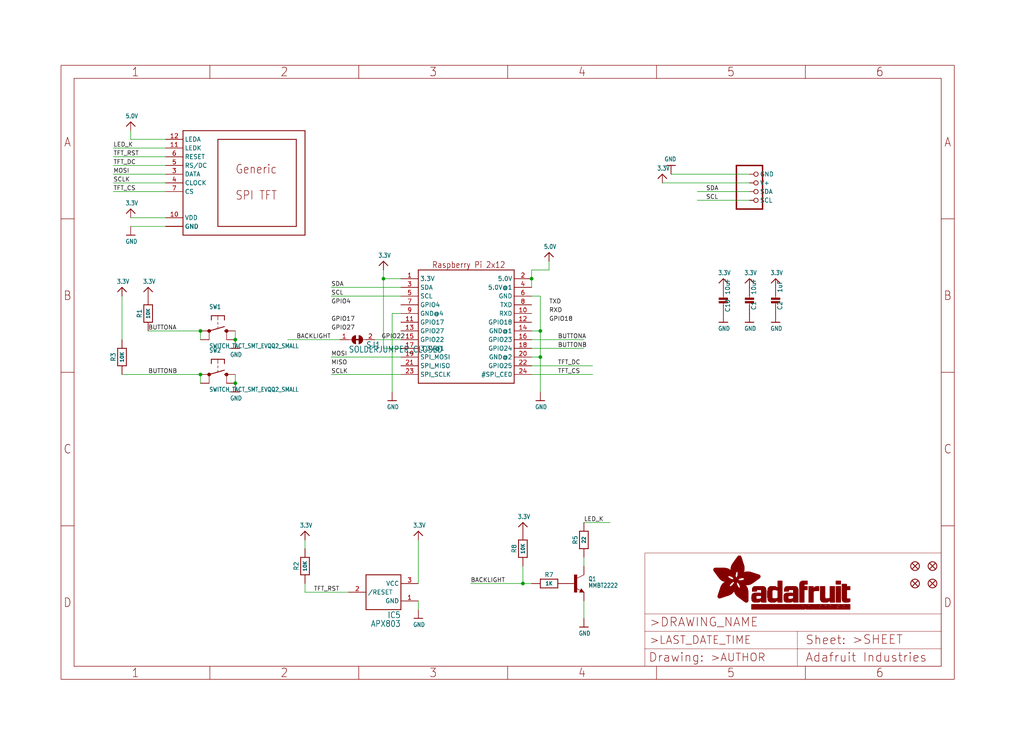
<source format=kicad_sch>
(kicad_sch (version 20211123) (generator eeschema)
  (paper "User" 298.45 217.881)
  (lib_symbols
    (symbol "eagleSchem-eagle-import:3.3V" (power)
      (property "Value" "3.3V" (at -1.524 1.016 0))
      (symbol "3.3V_1_0"
        (pin power_in line (at 0 -2.54 90) (length 2.54) (name "3.3V") (number "1"))
      )
    )
    (symbol "eagleSchem-eagle-import:5.0V" (power)
      (property "Value" "5.0V" (at -1.524 1.016 0))
      (symbol "5.0V_1_0"
        (pin power_in line (at 0 -2.54 90) (length 2.54) (name "5.0V") (number "1"))
      )
    )
    (symbol "eagleSchem-eagle-import:AXP083-SAG"
      (property "Reference" "IC" (at -5.08 -7.62 0))
      (property "Value" "AXP083-SAG" (at -5.08 -10.16 0))
      (symbol "AXP083-SAG_1_0"
        (pin power_in line (at -10.16 -2.54 0) (length 5.08) (name "GND") (number "1"))
        (pin output line (at 10.16 0 180) (length 5.08) (name "/RESET") (number "2"))
        (pin power_in line (at -10.16 2.54 0) (length 5.08) (name "VCC") (number "3"))
      )
    )
    (symbol "eagleSchem-eagle-import:CAP_CERAMIC0603_NO"
      (property "Reference" "C" (at -2.29 1.25 90))
      (property "Value" "CAP_CERAMIC0603_NO" (at 2.3 1.25 90))
      (symbol "CAP_CERAMIC0603_NO_1_0"
        (pin passive line (at 0 5.08 270) (length 2.54) (name "1") (number "1"))
        (pin passive line (at 0 -2.54 90) (length 2.54) (name "2") (number "2"))
      )
    )
    (symbol "eagleSchem-eagle-import:CAP_CERAMIC0805-NOOUTLINE"
      (property "Reference" "C" (at -2.29 1.25 90))
      (property "Value" "CAP_CERAMIC0805-NOOUTLINE" (at 2.3 1.25 90))
      (symbol "CAP_CERAMIC0805-NOOUTLINE_1_0"
        (pin passive line (at 0 5.08 270) (length 2.54) (name "1") (number "1"))
        (pin passive line (at 0 -2.54 90) (length 2.54) (name "2") (number "2"))
      )
    )
    (symbol "eagleSchem-eagle-import:DISP_LCD_GENERIC_SPI_1.14IN_13P"
      (symbol "DISP_LCD_GENERIC_SPI_1.14IN_13P_1_0"
        (text "Generic" (at -5.08 2.54 0) (effects (font (size 2.54 2.159)) (justify left bottom)))
        (text "SPI TFT" (at -5.08 -5.08 0) (effects (font (size 2.54 2.159)) (justify left bottom)))
        (pin power_in line (at -25.4 -10.16 0) (length 5.08) (name "VDD") (number "10"))
        (pin input line (at -25.4 10.16 0) (length 5.08) (name "LEDK") (number "11"))
        (pin input line (at -25.4 12.7 0) (length 5.08) (name "LEDA") (number "12"))
        (pin power_in line (at -25.4 -12.7 0) (length 5.08) (name "GND") (number "13"))
        (pin bidirectional line (at -25.4 2.54 0) (length 5.08) (name "DATA") (number "3"))
        (pin input line (at -25.4 0 0) (length 5.08) (name "CLOCK") (number "4"))
        (pin input line (at -25.4 5.08 0) (length 5.08) (name "RS/DC") (number "5"))
        (pin input line (at -25.4 7.62 0) (length 5.08) (name "RESET") (number "6"))
        (pin input line (at -25.4 -2.54 0) (length 5.08) (name "CS") (number "7"))
        (pin power_in line (at -25.4 -12.7 0) (length 5.08) (name "GND") (number "8"))
      )
    )
    (symbol "eagleSchem-eagle-import:FIDUCIAL_1MM")
    (symbol "eagleSchem-eagle-import:FRAME_A4_ADAFRUIT"
      (symbol "FRAME_A4_ADAFRUIT_1_0"
        (text "1" (at 21.6958 1.905 0) (effects (font (size 2.54 2.286))))
        (text "1" (at 21.6958 177.165 0) (effects (font (size 2.54 2.286))))
        (text "2" (at 65.0875 1.905 0) (effects (font (size 2.54 2.286))))
        (text "2" (at 65.0875 177.165 0) (effects (font (size 2.54 2.286))))
        (text "3" (at 108.4792 1.905 0) (effects (font (size 2.54 2.286))))
        (text "3" (at 108.4792 177.165 0) (effects (font (size 2.54 2.286))))
        (text "4" (at 151.8708 1.905 0) (effects (font (size 2.54 2.286))))
        (text "4" (at 151.8708 177.165 0) (effects (font (size 2.54 2.286))))
        (text "5" (at 195.2625 1.905 0) (effects (font (size 2.54 2.286))))
        (text "5" (at 195.2625 177.165 0) (effects (font (size 2.54 2.286))))
        (text "6" (at 238.6542 1.905 0) (effects (font (size 2.54 2.286))))
        (text "6" (at 238.6542 177.165 0) (effects (font (size 2.54 2.286))))
        (text ">AUTHOR" (at 189.23 5.08 0) (effects (font (size 2.286 2.286)) (justify left bottom)))
        (text ">DRAWING_NAME" (at 171.45 15.24 0) (effects (font (size 2.54 2.54)) (justify left bottom)))
        (text ">LAST_DATE_TIME" (at 171.45 10.16 0) (effects (font (size 2.286 2.286)) (justify left bottom)))
        (text ">SHEET" (at 230.505 10.16 0) (effects (font (size 2.54 2.54)) (justify left bottom)))
        (text "A" (at 1.905 156.6863 0) (effects (font (size 2.54 2.286))))
        (text "A" (at 258.445 156.6863 0) (effects (font (size 2.54 2.286))))
        (text "Adafruit Industries" (at 216.916 4.953 0) (effects (font (size 2.54 2.54)) (justify left bottom)))
        (text "B" (at 1.905 111.9188 0) (effects (font (size 2.54 2.286))))
        (text "B" (at 258.445 111.9188 0) (effects (font (size 2.54 2.286))))
        (text "C" (at 1.905 67.1513 0) (effects (font (size 2.54 2.286))))
        (text "C" (at 258.445 67.1513 0) (effects (font (size 2.54 2.286))))
        (text "D" (at 1.905 22.3838 0) (effects (font (size 2.54 2.286))))
        (text "D" (at 258.445 22.3838 0) (effects (font (size 2.54 2.286))))
        (text "Drawing:" (at 171.196 4.953 0) (effects (font (size 2.54 2.54)) (justify left bottom)))
        (text "Sheet:" (at 216.916 10.033 0) (effects (font (size 2.54 2.54)) (justify left bottom)))
      )
    )
    (symbol "eagleSchem-eagle-import:GND" (power)
      (property "Value" "GND" (at -1.524 -2.54 0))
      (symbol "GND_1_0"
        (pin power_in line (at 0 2.54 270) (length 2.54) (name "GND") (number "1"))
      )
    )
    (symbol "eagleSchem-eagle-import:RASPBERRYPI_2X12_THMSMT"
      (symbol "RASPBERRYPI_2X12_THMSMT_1_0"
        (text "Raspberry Pi 2x12" (at 12.7 17.78 0) (effects (font (size 1.778 1.5113)) (justify right top)))
        (pin power_in line (at -17.78 12.7 0) (length 5.08) (name "3.3V") (number "1"))
        (pin bidirectional line (at 20.32 2.54 180) (length 5.08) (name "RXD") (number "10"))
        (pin bidirectional line (at -17.78 0 0) (length 5.08) (name "GPIO17") (number "11"))
        (pin bidirectional line (at 20.32 0 180) (length 5.08) (name "GPIO18") (number "12"))
        (pin bidirectional line (at -17.78 -2.54 0) (length 5.08) (name "GPIO27") (number "13"))
        (pin power_in line (at 20.32 -2.54 180) (length 5.08) (name "GND@1") (number "14"))
        (pin bidirectional line (at -17.78 -5.08 0) (length 5.08) (name "GPIO22") (number "15"))
        (pin bidirectional line (at 20.32 -5.08 180) (length 5.08) (name "GPIO23") (number "16"))
        (pin power_in line (at -17.78 -7.62 0) (length 5.08) (name "3.3V@1") (number "17"))
        (pin bidirectional line (at 20.32 -7.62 180) (length 5.08) (name "GPIO24") (number "18"))
        (pin bidirectional line (at -17.78 -10.16 0) (length 5.08) (name "SPI_MOSI") (number "19"))
        (pin power_in line (at 20.32 12.7 180) (length 5.08) (name "5.0V") (number "2"))
        (pin power_in line (at 20.32 -10.16 180) (length 5.08) (name "GND@2") (number "20"))
        (pin bidirectional line (at -17.78 -12.7 0) (length 5.08) (name "SPI_MISO") (number "21"))
        (pin bidirectional line (at 20.32 -12.7 180) (length 5.08) (name "GPIO25") (number "22"))
        (pin bidirectional line (at -17.78 -15.24 0) (length 5.08) (name "SPI_SCLK") (number "23"))
        (pin bidirectional line (at 20.32 -15.24 180) (length 5.08) (name "#SPI_CE0") (number "24"))
        (pin bidirectional line (at -17.78 10.16 0) (length 5.08) (name "SDA") (number "3"))
        (pin power_in line (at 20.32 10.16 180) (length 5.08) (name "5.0V@1") (number "4"))
        (pin bidirectional line (at -17.78 7.62 0) (length 5.08) (name "SCL") (number "5"))
        (pin power_in line (at 20.32 7.62 180) (length 5.08) (name "GND") (number "6"))
        (pin bidirectional line (at -17.78 5.08 0) (length 5.08) (name "GPIO4") (number "7"))
        (pin bidirectional line (at 20.32 5.08 180) (length 5.08) (name "TXD") (number "8"))
        (pin power_in line (at -17.78 2.54 0) (length 5.08) (name "GND@4") (number "9"))
      )
    )
    (symbol "eagleSchem-eagle-import:RESISTOR_0603_NOOUT"
      (property "Reference" "R" (at 0 2.54 0))
      (property "Value" "RESISTOR_0603_NOOUT" (at 0 0 0))
      (symbol "RESISTOR_0603_NOOUT_1_0"
        (pin passive line (at -5.08 0 0) (length 2.54) (name "1") (number "1"))
        (pin passive line (at 5.08 0 180) (length 2.54) (name "2") (number "2"))
      )
    )
    (symbol "eagleSchem-eagle-import:SOLDERJUMPER_CLOSED"
      (property "Reference" "SJ" (at -2.54 2.54 0))
      (property "Value" "SOLDERJUMPER_CLOSED" (at -2.54 -3.81 0))
      (symbol "SOLDERJUMPER_CLOSED_1_0"
        (pin passive line (at -5.08 0 0) (length 2.54) (name "1") (number "1"))
        (pin passive line (at 5.08 0 180) (length 2.54) (name "2") (number "2"))
      )
    )
    (symbol "eagleSchem-eagle-import:STEMMA_I2C_QT"
      (symbol "STEMMA_I2C_QT_1_0"
        (pin passive inverted (at 0 5.08 0) (length 2.54) (name "GND") (number "1"))
        (pin passive inverted (at 0 2.54 0) (length 2.54) (name "V+") (number "2"))
        (pin passive inverted (at 0 0 0) (length 2.54) (name "SDA") (number "3"))
        (pin passive inverted (at 0 -2.54 0) (length 2.54) (name "SCL") (number "4"))
      )
      (symbol "STEMMA_I2C_QT_2_0"
        (pin bidirectional line (at 0 0 0) (length 5.08) (name "MT") (number "MT1"))
      )
      (symbol "STEMMA_I2C_QT_3_0"
        (pin bidirectional line (at 0 0 0) (length 5.08) (name "MT") (number "MT2"))
      )
    )
    (symbol "eagleSchem-eagle-import:SWITCH_TACT_SMT_EVQQ2_SMALL"
      (property "Reference" "SW" (at -2.54 6.35 0))
      (property "Value" "SWITCH_TACT_SMT_EVQQ2_SMALL" (at -2.54 -5.08 0))
      (symbol "SWITCH_TACT_SMT_EVQQ2_SMALL_1_0"
        (pin passive line (at -5.08 0 0) (length 2.54) (name "P") (number "A"))
        (pin passive line (at -5.08 -2.54 0) (length 2.54) (name "P1") (number "A'"))
        (pin passive line (at 5.08 0 180) (length 2.54) (name "S") (number "B"))
        (pin passive line (at 5.08 -2.54 180) (length 2.54) (name "S1") (number "B'"))
      )
    )
    (symbol "eagleSchem-eagle-import:TRANSISTOR_NPNWIDE"
      (property "Reference" "Q" (at 1.27 0.635 0))
      (property "Value" "TRANSISTOR_NPNWIDE" (at 1.27 -1.27 0))
      (symbol "TRANSISTOR_NPNWIDE_1_0"
        (pin passive line (at -5.08 0 0) (length 2.54) (name "B") (number "1"))
        (pin passive line (at 0 -5.08 90) (length 2.54) (name "E") (number "2"))
        (pin passive line (at 0 5.08 270) (length 2.54) (name "C") (number "3"))
      )
    )
  )
  (junction (at 157.48 104.14))
  (junction (at 68.58 111.76))
  (junction (at 111.76 81.28))
  (junction (at 68.58 99.06))
  (junction (at 58.42 109.22))
  (junction (at 152.4 170.18))
  (junction (at 58.42 96.52))
  (junction (at 154.94 81.28))
  (junction (at 157.48 96.52))
  (wire (pts (xy 203.2 58.42) (xy 218.44 58.42)))
  (wire (pts (xy 58.42 99.06) (xy 58.42 96.52)))
  (wire (pts (xy 170.18 175.26) (xy 170.18 180.34)))
  (wire (pts (xy 154.94 106.68) (xy 172.72 106.68)))
  (wire (pts (xy 154.94 170.18) (xy 152.4 170.18)))
  (wire (pts (xy 116.84 109.22) (xy 96.52 109.22)))
  (wire (pts (xy 170.18 162.56) (xy 170.18 165.1)))
  (wire (pts (xy 48.26 48.26) (xy 33.02 48.26)))
  (wire (pts (xy 58.42 96.52) (xy 43.18 96.52)))
  (wire (pts (xy 116.84 101.6) (xy 111.76 101.6)))
  (wire (pts (xy 68.58 96.52) (xy 68.58 99.06)))
  (wire (pts (xy 154.94 109.22) (xy 172.72 109.22)))
  (wire (pts (xy 218.44 53.34) (xy 193.04 53.34)))
  (wire (pts (xy 48.26 45.72) (xy 33.02 45.72)))
  (wire (pts (xy 154.94 83.82) (xy 154.94 81.28)))
  (wire (pts (xy 157.48 96.52) (xy 157.48 104.14)))
  (wire (pts (xy 154.94 99.06) (xy 170.18 99.06)))
  (wire (pts (xy 116.84 91.44) (xy 114.3 91.44)))
  (wire (pts (xy 99.06 99.06) (xy 83.82 99.06)))
  (wire (pts (xy 48.26 43.18) (xy 33.02 43.18)))
  (wire (pts (xy 218.44 50.8) (xy 195.58 50.8)))
  (wire (pts (xy 96.52 104.14) (xy 116.84 104.14)))
  (wire (pts (xy 33.02 55.88) (xy 48.26 55.88)))
  (wire (pts (xy 154.94 101.6) (xy 170.18 101.6)))
  (wire (pts (xy 58.42 109.22) (xy 58.42 111.76)))
  (wire (pts (xy 68.58 109.22) (xy 68.58 111.76)))
  (wire (pts (xy 33.02 50.8) (xy 48.26 50.8)))
  (wire (pts (xy 88.9 160.02) (xy 88.9 157.48)))
  (wire (pts (xy 121.92 170.18) (xy 121.92 157.48)))
  (wire (pts (xy 121.92 175.26) (xy 121.92 177.8)))
  (wire (pts (xy 48.26 53.34) (xy 33.02 53.34)))
  (wire (pts (xy 111.76 81.28) (xy 111.76 78.74)))
  (wire (pts (xy 116.84 99.06) (xy 109.22 99.06)))
  (wire (pts (xy 154.94 86.36) (xy 157.48 86.36)))
  (wire (pts (xy 38.1 66.04) (xy 48.26 66.04)))
  (wire (pts (xy 48.26 63.5) (xy 38.1 63.5)))
  (wire (pts (xy 88.9 172.72) (xy 88.9 170.18)))
  (wire (pts (xy 101.6 172.72) (xy 88.9 172.72)))
  (wire (pts (xy 35.56 109.22) (xy 58.42 109.22)))
  (wire (pts (xy 96.52 86.36) (xy 116.84 86.36)))
  (wire (pts (xy 154.94 104.14) (xy 157.48 104.14)))
  (wire (pts (xy 35.56 99.06) (xy 35.56 86.36)))
  (wire (pts (xy 111.76 101.6) (xy 111.76 81.28)))
  (wire (pts (xy 154.94 96.52) (xy 157.48 96.52)))
  (wire (pts (xy 177.8 152.4) (xy 170.18 152.4)))
  (wire (pts (xy 203.2 55.88) (xy 218.44 55.88)))
  (wire (pts (xy 96.52 83.82) (xy 116.84 83.82)))
  (wire (pts (xy 114.3 91.44) (xy 114.3 114.3)))
  (wire (pts (xy 157.48 104.14) (xy 157.48 114.3)))
  (wire (pts (xy 116.84 81.28) (xy 111.76 81.28)))
  (wire (pts (xy 154.94 78.74) (xy 160.02 78.74)))
  (wire (pts (xy 152.4 170.18) (xy 137.16 170.18)))
  (wire (pts (xy 48.26 40.64) (xy 38.1 40.64)))
  (wire (pts (xy 157.48 86.36) (xy 157.48 96.52)))
  (wire (pts (xy 152.4 165.1) (xy 152.4 170.18)))
  (wire (pts (xy 38.1 40.64) (xy 38.1 38.1)))
  (wire (pts (xy 154.94 81.28) (xy 154.94 78.74)))
  (wire (pts (xy 160.02 78.74) (xy 160.02 76.2)))
  (label "BUTTONA" (at 43.18 96.52 0) (effects (font (size 1.2446 1.2446))))
  (label "GPIO4" (at 96.52 88.9 0) (effects (font (size 1.2446 1.2446))))
  (label "GPIO22" (at 111.125 99.06 0) (effects (font (size 1.2446 1.2446))))
  (label "BACKLIGHT" (at 137.16 170.18 0) (effects (font (size 1.2446 1.2446))))
  (label "MOSI" (at 33.02 50.8 0) (effects (font (size 1.2446 1.2446))))
  (label "MOSI" (at 96.52 104.14 0) (effects (font (size 1.2446 1.2446))))
  (label "TFT_DC" (at 33.02 48.26 0) (effects (font (size 1.2446 1.2446))))
  (label "MISO" (at 96.52 106.68 0) (effects (font (size 1.2446 1.2446))))
  (label "SCL" (at 205.74 58.42 0) (effects (font (size 1.2446 1.2446))))
  (label "TFT_RST" (at 91.44 172.72 0) (effects (font (size 1.2446 1.2446))))
  (label "SDA" (at 205.74 55.88 0) (effects (font (size 1.2446 1.2446))))
  (label "LED_K" (at 33.02 43.18 0) (effects (font (size 1.2446 1.2446))))
  (label "TFT_DC" (at 162.56 106.68 0) (effects (font (size 1.2446 1.2446))))
  (label "GPIO27" (at 96.52 96.52 0) (effects (font (size 1.2446 1.2446))))
  (label "TXD" (at 160.02 88.9 0) (effects (font (size 1.2446 1.2446))))
  (label "BACKLIGHT" (at 86.36 99.06 0) (effects (font (size 1.2446 1.2446))))
  (label "SCLK" (at 96.52 109.22 0) (effects (font (size 1.2446 1.2446))))
  (label "TFT_CS" (at 33.02 55.88 0) (effects (font (size 1.2446 1.2446))))
  (label "BUTTONB" (at 162.56 101.6 0) (effects (font (size 1.2446 1.2446))))
  (label "GPIO18" (at 160.02 93.98 0) (effects (font (size 1.2446 1.2446))))
  (label "LED_K" (at 170.18 152.4 0) (effects (font (size 1.2446 1.2446))))
  (label "SCLK" (at 33.02 53.34 0) (effects (font (size 1.2446 1.2446))))
  (label "TFT_CS" (at 162.56 109.22 0) (effects (font (size 1.2446 1.2446))))
  (label "RXD" (at 160.02 91.44 0) (effects (font (size 1.2446 1.2446))))
  (label "SCL" (at 96.52 86.36 0) (effects (font (size 1.2446 1.2446))))
  (label "TFT_RST" (at 33.02 45.72 0) (effects (font (size 1.2446 1.2446))))
  (label "GPIO17" (at 96.52 93.98 0) (effects (font (size 1.2446 1.2446))))
  (label "SDA" (at 96.52 83.82 0) (effects (font (size 1.2446 1.2446))))
  (label "BUTTONA" (at 162.56 99.06 0) (effects (font (size 1.2446 1.2446))))
  (label "BUTTONB" (at 43.18 109.22 0) (effects (font (size 1.2446 1.2446))))
  (symbol (lib_id "eagleSchem-eagle-import:FIDUCIAL_1MM") (at 271.78 165.1 0) (unit 1)
    (property "Reference" "FID1" (effects hide))
    (property "Value" "FIDUCIAL_1MM" (effects hide))
    (property "Footprint" "eagleSchem:FIDUCIAL_1MM" (effects hide))
  )
  (symbol (lib_id "eagleSchem-eagle-import:3.3V") (at 121.92 154.94 0) (unit 1)
    (property "Reference" "#U$31" (effects hide))
    (property "Value" "3.3V" (at 120.396 153.924 0) (effects (font (size 1.27 1.0795)) (justify left bottom)))
    (property "Footprint" "eagleSchem:" (effects hide))
  )
  (symbol (lib_id "eagleSchem-eagle-import:GND") (at 218.44 93.98 0) (unit 1)
    (property "Reference" "#U$27" (effects hide))
    (property "Value" "GND" (at 216.916 96.52 0) (effects (font (size 1.27 1.0795)) (justify left bottom)))
    (property "Footprint" "eagleSchem:" (effects hide))
  )
  (symbol (lib_id "eagleSchem-eagle-import:RESISTOR_0603_NOOUT") (at 170.18 157.48 90) (unit 1)
    (property "Reference" "R5" (at 167.64 157.48 0))
    (property "Value" "22" (at 170.18 157.48 0) (effects (font (size 1.016 1.016) bold)))
    (property "Footprint" "eagleSchem:0603-NO" (effects hide))
  )
  (symbol (lib_id "eagleSchem-eagle-import:3.3V") (at 88.9 154.94 0) (unit 1)
    (property "Reference" "#U$21" (effects hide))
    (property "Value" "3.3V" (at 87.376 153.924 0) (effects (font (size 1.27 1.0795)) (justify left bottom)))
    (property "Footprint" "eagleSchem:" (effects hide))
  )
  (symbol (lib_id "eagleSchem-eagle-import:3.3V") (at 35.56 83.82 0) (unit 1)
    (property "Reference" "#U$14" (effects hide))
    (property "Value" "3.3V" (at 34.036 82.804 0) (effects (font (size 1.27 1.0795)) (justify left bottom)))
    (property "Footprint" "eagleSchem:" (effects hide))
  )
  (symbol (lib_id "eagleSchem-eagle-import:STEMMA_I2C_QT") (at 218.44 55.88 0) (unit 1)
    (property "Reference" "CONN1" (effects hide))
    (property "Value" "STEMMA_I2C_QT" (effects hide))
    (property "Footprint" "eagleSchem:JST_SH4" (effects hide))
  )
  (symbol (lib_id "eagleSchem-eagle-import:DISP_LCD_GENERIC_SPI_1.14IN_13P") (at 73.66 53.34 0) (unit 1)
    (property "Reference" "DISP1" (effects hide))
    (property "Value" "DISP_LCD_GENERIC_SPI_1.14IN_13P" (effects hide))
    (property "Footprint" "eagleSchem:TFT_1.14IN_240X135_WRAPAROUND" (effects hide))
  )
  (symbol (lib_id "eagleSchem-eagle-import:CAP_CERAMIC0603_NO") (at 226.06 86.36 180) (unit 1)
    (property "Reference" "C2" (at 227.31 89.15 90))
    (property "Value" "1uF" (at 227.31 83.58 90))
    (property "Footprint" "eagleSchem:0603-NO" (effects hide))
  )
  (symbol (lib_id "eagleSchem-eagle-import:3.3V") (at 152.4 152.4 0) (unit 1)
    (property "Reference" "#U$30" (effects hide))
    (property "Value" "3.3V" (at 150.876 151.384 0) (effects (font (size 1.27 1.0795)) (justify left bottom)))
    (property "Footprint" "eagleSchem:" (effects hide))
  )
  (symbol (lib_id "eagleSchem-eagle-import:SWITCH_TACT_SMT_EVQQ2_SMALL") (at 63.5 109.22 0) (unit 1)
    (property "Reference" "SW2" (at 60.96 102.87 0) (effects (font (size 1.27 1.0795)) (justify left bottom)))
    (property "Value" "SWITCH_TACT_SMT_EVQQ2_SMALL" (at 60.96 114.3 0) (effects (font (size 1.27 1.0795)) (justify left bottom)))
    (property "Footprint" "eagleSchem:EVQ-Q2_SMALLER" (effects hide))
  )
  (symbol (lib_id "eagleSchem-eagle-import:GND") (at 226.06 93.98 0) (unit 1)
    (property "Reference" "#U$18" (effects hide))
    (property "Value" "GND" (at 224.536 96.52 0) (effects (font (size 1.27 1.0795)) (justify left bottom)))
    (property "Footprint" "eagleSchem:" (effects hide))
  )
  (symbol (lib_id "eagleSchem-eagle-import:SWITCH_TACT_SMT_EVQQ2_SMALL") (at 63.5 96.52 0) (unit 1)
    (property "Reference" "SW1" (at 60.96 90.17 0) (effects (font (size 1.27 1.0795)) (justify left bottom)))
    (property "Value" "SWITCH_TACT_SMT_EVQQ2_SMALL" (at 60.96 101.6 0) (effects (font (size 1.27 1.0795)) (justify left bottom)))
    (property "Footprint" "eagleSchem:EVQ-Q2_SMALLER" (effects hide))
  )
  (symbol (lib_id "eagleSchem-eagle-import:TRANSISTOR_NPNWIDE") (at 170.18 170.18 0) (unit 1)
    (property "Reference" "Q1" (at 171.45 169.545 0) (effects (font (size 1.27 1.0795)) (justify left bottom)))
    (property "Value" "MMBT2222" (at 171.45 171.45 0) (effects (font (size 1.27 1.0795)) (justify left bottom)))
    (property "Footprint" "eagleSchem:SOT23-WIDE" (effects hide))
  )
  (symbol (lib_id "eagleSchem-eagle-import:AXP083-SAG") (at 111.76 172.72 0) (mirror y) (unit 1)
    (property "Reference" "IC5" (at 116.84 180.34 0) (effects (font (size 1.778 1.5113)) (justify left bottom)))
    (property "Value" "APX803" (at 116.84 182.88 0) (effects (font (size 1.778 1.5113)) (justify left bottom)))
    (property "Footprint" "eagleSchem:SOT23" (effects hide))
  )
  (symbol (lib_id "eagleSchem-eagle-import:3.3V") (at 38.1 60.96 0) (unit 1)
    (property "Reference" "#U$13" (effects hide))
    (property "Value" "3.3V" (at 36.576 59.944 0) (effects (font (size 1.27 1.0795)) (justify left bottom)))
    (property "Footprint" "eagleSchem:" (effects hide))
  )
  (symbol (lib_id "eagleSchem-eagle-import:RESISTOR_0603_NOOUT") (at 160.02 170.18 0) (unit 1)
    (property "Reference" "R7" (at 160.02 167.64 0))
    (property "Value" "1K" (at 160.02 170.18 0) (effects (font (size 1.016 1.016) bold)))
    (property "Footprint" "eagleSchem:0603-NO" (effects hide))
  )
  (symbol (lib_id "eagleSchem-eagle-import:GND") (at 114.3 116.84 0) (unit 1)
    (property "Reference" "#U$7" (effects hide))
    (property "Value" "GND" (at 112.776 119.38 0) (effects (font (size 1.27 1.0795)) (justify left bottom)))
    (property "Footprint" "eagleSchem:" (effects hide))
  )
  (symbol (lib_id "eagleSchem-eagle-import:RESISTOR_0603_NOOUT") (at 35.56 104.14 90) (unit 1)
    (property "Reference" "R3" (at 33.02 104.14 0))
    (property "Value" "10K" (at 35.56 104.14 0) (effects (font (size 1.016 1.016) bold)))
    (property "Footprint" "eagleSchem:0603-NO" (effects hide))
  )
  (symbol (lib_id "eagleSchem-eagle-import:RESISTOR_0603_NOOUT") (at 88.9 165.1 90) (unit 1)
    (property "Reference" "R2" (at 86.36 165.1 0))
    (property "Value" "10K" (at 88.9 165.1 0) (effects (font (size 1.016 1.016) bold)))
    (property "Footprint" "eagleSchem:0603-NO" (effects hide))
  )
  (symbol (lib_id "eagleSchem-eagle-import:GND") (at 38.1 68.58 0) (unit 1)
    (property "Reference" "#U$5" (effects hide))
    (property "Value" "GND" (at 36.576 71.12 0) (effects (font (size 1.27 1.0795)) (justify left bottom)))
    (property "Footprint" "eagleSchem:" (effects hide))
  )
  (symbol (lib_id "eagleSchem-eagle-import:GND") (at 121.92 180.34 0) (unit 1)
    (property "Reference" "#U$17" (effects hide))
    (property "Value" "GND" (at 120.396 182.88 0) (effects (font (size 1.27 1.0795)) (justify left bottom)))
    (property "Footprint" "eagleSchem:" (effects hide))
  )
  (symbol (lib_id "eagleSchem-eagle-import:3.3V") (at 218.44 81.28 0) (unit 1)
    (property "Reference" "#U$26" (effects hide))
    (property "Value" "3.3V" (at 216.916 80.264 0) (effects (font (size 1.27 1.0795)) (justify left bottom)))
    (property "Footprint" "eagleSchem:" (effects hide))
  )
  (symbol (lib_id "eagleSchem-eagle-import:RESISTOR_0603_NOOUT") (at 152.4 160.02 90) (unit 1)
    (property "Reference" "R8" (at 149.86 160.02 0))
    (property "Value" "10K" (at 152.4 160.02 0) (effects (font (size 1.016 1.016) bold)))
    (property "Footprint" "eagleSchem:0603-NO" (effects hide))
  )
  (symbol (lib_id "eagleSchem-eagle-import:RASPBERRYPI_2X12_THMSMT") (at 134.62 93.98 0) (unit 1)
    (property "Reference" "RASPI1" (effects hide))
    (property "Value" "RASPBERRYPI_2X12_THMSMT" (effects hide))
    (property "Footprint" "eagleSchem:RASPBERRYPI_2X12_THMSMT" (effects hide))
  )
  (symbol (lib_id "eagleSchem-eagle-import:RESISTOR_0603_NOOUT") (at 43.18 91.44 90) (unit 1)
    (property "Reference" "R1" (at 40.64 91.44 0))
    (property "Value" "10K" (at 43.18 91.44 0) (effects (font (size 1.016 1.016) bold)))
    (property "Footprint" "eagleSchem:0603-NO" (effects hide))
  )
  (symbol (lib_id "eagleSchem-eagle-import:GND") (at 195.58 48.26 180) (unit 1)
    (property "Reference" "#U$25" (effects hide))
    (property "Value" "GND" (at 197.104 45.72 0) (effects (font (size 1.27 1.0795)) (justify left bottom)))
    (property "Footprint" "eagleSchem:" (effects hide))
  )
  (symbol (lib_id "eagleSchem-eagle-import:3.3V") (at 226.06 81.28 0) (unit 1)
    (property "Reference" "#U$16" (effects hide))
    (property "Value" "3.3V" (at 224.536 80.264 0) (effects (font (size 1.27 1.0795)) (justify left bottom)))
    (property "Footprint" "eagleSchem:" (effects hide))
  )
  (symbol (lib_id "eagleSchem-eagle-import:GND") (at 157.48 116.84 0) (unit 1)
    (property "Reference" "#U$3" (effects hide))
    (property "Value" "GND" (at 155.956 119.38 0) (effects (font (size 1.27 1.0795)) (justify left bottom)))
    (property "Footprint" "eagleSchem:" (effects hide))
  )
  (symbol (lib_id "eagleSchem-eagle-import:CAP_CERAMIC0805-NOOUTLINE") (at 210.82 86.36 180) (unit 1)
    (property "Reference" "C10" (at 212.07 89.15 90))
    (property "Value" "10uF" (at 212.07 83.58 90))
    (property "Footprint" "eagleSchem:0805-NO" (effects hide))
  )
  (symbol (lib_id "eagleSchem-eagle-import:GND") (at 210.82 93.98 0) (unit 1)
    (property "Reference" "#U$23" (effects hide))
    (property "Value" "GND" (at 209.296 96.52 0) (effects (font (size 1.27 1.0795)) (justify left bottom)))
    (property "Footprint" "eagleSchem:" (effects hide))
  )
  (symbol (lib_id "eagleSchem-eagle-import:3.3V") (at 193.04 50.8 0) (unit 1)
    (property "Reference" "#U$24" (effects hide))
    (property "Value" "3.3V" (at 191.516 49.784 0) (effects (font (size 1.27 1.0795)) (justify left bottom)))
    (property "Footprint" "eagleSchem:" (effects hide))
  )
  (symbol (lib_id "eagleSchem-eagle-import:5.0V") (at 160.02 73.66 0) (unit 1)
    (property "Reference" "#U$8" (effects hide))
    (property "Value" "5.0V" (at 158.496 72.644 0) (effects (font (size 1.27 1.0795)) (justify left bottom)))
    (property "Footprint" "eagleSchem:" (effects hide))
  )
  (symbol (lib_id "eagleSchem-eagle-import:FIDUCIAL_1MM") (at 266.7 165.1 0) (unit 1)
    (property "Reference" "FID2" (effects hide))
    (property "Value" "FIDUCIAL_1MM" (effects hide))
    (property "Footprint" "eagleSchem:FIDUCIAL_1MM" (effects hide))
  )
  (symbol (lib_id "eagleSchem-eagle-import:FIDUCIAL_1MM") (at 271.78 170.18 0) (unit 1)
    (property "Reference" "FID4" (effects hide))
    (property "Value" "FIDUCIAL_1MM" (effects hide))
    (property "Footprint" "eagleSchem:FIDUCIAL_1MM" (effects hide))
  )
  (symbol (lib_id "eagleSchem-eagle-import:GND") (at 68.58 101.6 0) (unit 1)
    (property "Reference" "#U$11" (effects hide))
    (property "Value" "GND" (at 67.056 104.14 0) (effects (font (size 1.27 1.0795)) (justify left bottom)))
    (property "Footprint" "eagleSchem:" (effects hide))
  )
  (symbol (lib_id "eagleSchem-eagle-import:SOLDERJUMPER_CLOSED") (at 104.14 99.06 0) (unit 1)
    (property "Reference" "SJ1" (at 106.68 101.6 0) (effects (font (size 1.778 1.5113)) (justify left bottom)))
    (property "Value" "SOLDERJUMPER_CLOSED" (at 101.6 102.87 0) (effects (font (size 1.778 1.5113)) (justify left bottom)))
    (property "Footprint" "eagleSchem:SOLDERJUMPER_CLOSEDWIRE" (effects hide))
  )
  (symbol (lib_id "eagleSchem-eagle-import:FRAME_A4_ADAFRUIT") (at 17.78 198.12 0) (unit 1)
    (property "Reference" "#U$1" (effects hide))
    (property "Value" "FRAME_A4_ADAFRUIT" (effects hide))
    (property "Footprint" "eagleSchem:" (effects hide))
  )
  (symbol (lib_id "eagleSchem-eagle-import:3.3V") (at 43.18 83.82 0) (unit 1)
    (property "Reference" "#U$12" (effects hide))
    (property "Value" "3.3V" (at 41.656 82.804 0) (effects (font (size 1.27 1.0795)) (justify left bottom)))
    (property "Footprint" "eagleSchem:" (effects hide))
  )
  (symbol (lib_id "eagleSchem-eagle-import:3.3V") (at 210.82 81.28 0) (unit 1)
    (property "Reference" "#U$22" (effects hide))
    (property "Value" "3.3V" (at 209.296 80.264 0) (effects (font (size 1.27 1.0795)) (justify left bottom)))
    (property "Footprint" "eagleSchem:" (effects hide))
  )
  (symbol (lib_id "eagleSchem-eagle-import:CAP_CERAMIC0805-NOOUTLINE") (at 218.44 86.36 180) (unit 1)
    (property "Reference" "C1" (at 219.69 89.15 90))
    (property "Value" "10uF" (at 219.69 83.58 90))
    (property "Footprint" "eagleSchem:0805-NO" (effects hide))
  )
  (symbol (lib_id "eagleSchem-eagle-import:5.0V") (at 38.1 35.56 0) (unit 1)
    (property "Reference" "#U$9" (effects hide))
    (property "Value" "5.0V" (at 36.576 34.544 0) (effects (font (size 1.27 1.0795)) (justify left bottom)))
    (property "Footprint" "eagleSchem:" (effects hide))
  )
  (symbol (lib_id "eagleSchem-eagle-import:FIDUCIAL_1MM") (at 266.7 170.18 0) (unit 1)
    (property "Reference" "FID3" (effects hide))
    (property "Value" "FIDUCIAL_1MM" (effects hide))
    (property "Footprint" "eagleSchem:FIDUCIAL_1MM" (effects hide))
  )
  (symbol (lib_id "eagleSchem-eagle-import:3.3V") (at 111.76 76.2 0) (unit 1)
    (property "Reference" "#U$2" (effects hide))
    (property "Value" "3.3V" (at 110.236 75.184 0) (effects (font (size 1.27 1.0795)) (justify left bottom)))
    (property "Footprint" "eagleSchem:" (effects hide))
  )
  (symbol (lib_id "eagleSchem-eagle-import:GND") (at 170.18 182.88 0) (unit 1)
    (property "Reference" "#U$29" (effects hide))
    (property "Value" "GND" (at 168.656 185.42 0) (effects (font (size 1.27 1.0795)) (justify left bottom)))
    (property "Footprint" "eagleSchem:" (effects hide))
  )
  (symbol (lib_id "eagleSchem-eagle-import:GND") (at 68.58 114.3 0) (unit 1)
    (property "Reference" "#U$10" (effects hide))
    (property "Value" "GND" (at 67.056 116.84 0) (effects (font (size 1.27 1.0795)) (justify left bottom)))
    (property "Footprint" "eagleSchem:" (effects hide))
  )
)
</source>
